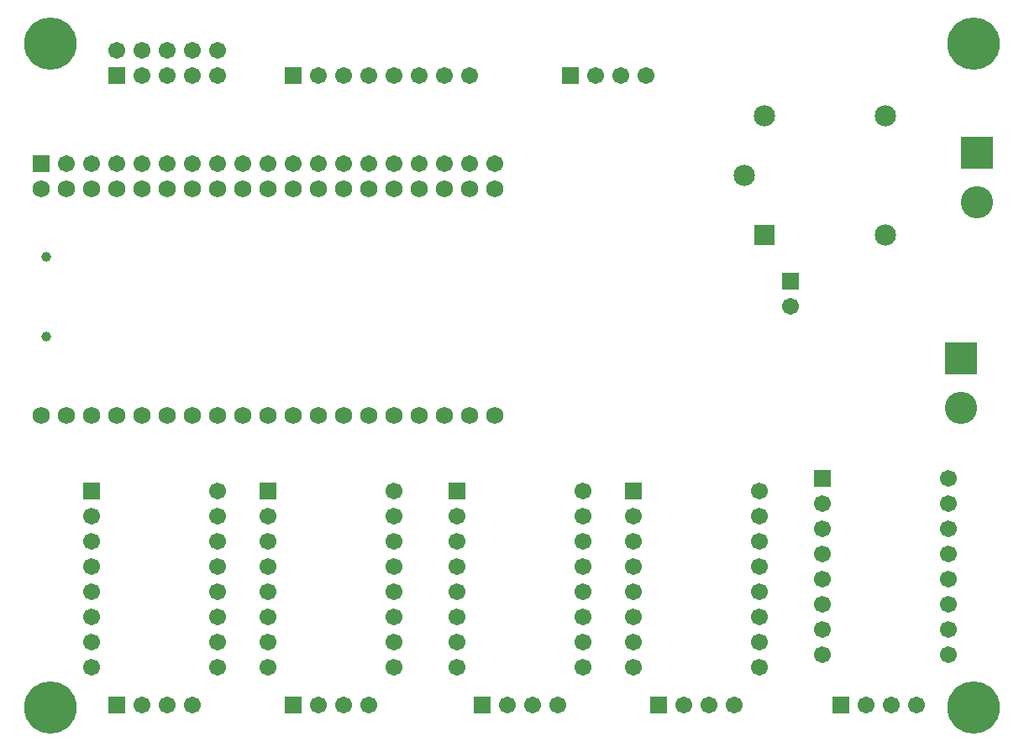
<source format=gbr>
G04 DipTrace 3.3.1.3*
G04 BottomMask.gbr*
%MOIN*%
G04 #@! TF.FileFunction,Soldermask,Bot*
G04 #@! TF.Part,Single*
%ADD61C,0.03937*%
%ADD78C,0.067*%
%ADD80R,0.067X0.067*%
%ADD82C,0.068*%
%ADD84C,0.128*%
%ADD86R,0.128X0.128*%
%ADD92C,0.208*%
%ADD96R,0.084772X0.084772*%
%ADD98C,0.084772*%
%ADD108C,0.067055*%
%ADD110R,0.067055X0.067055*%
%FSLAX26Y26*%
G04*
G70*
G90*
G75*
G01*
G04 BotMask*
%LPD*%
D110*
X1493700Y3043700D3*
D108*
X1593700D3*
X1693700D3*
X1793700D3*
X1893700D3*
X1993700D3*
X2093700D3*
X2193700D3*
D110*
X793700Y543700D3*
D108*
X893700D3*
X993700D3*
X1093700D3*
D110*
X793700Y3043700D3*
D108*
Y3143700D3*
X893700Y3043700D3*
Y3143700D3*
X993700Y3043700D3*
Y3143700D3*
X1093700Y3043700D3*
Y3143700D3*
X1193700Y3043700D3*
Y3143700D3*
D110*
X1493700Y543700D3*
D108*
X1593700D3*
X1693700D3*
X1793700D3*
D110*
X493700Y2693700D3*
D108*
X593700D3*
X693700D3*
X793700D3*
X893700D3*
X993700D3*
X1093700D3*
X1193700D3*
X1293700D3*
X1393700D3*
X1493700D3*
X1593700D3*
X1693700D3*
X1793700D3*
X1893700D3*
X1993700D3*
X2093700D3*
X2193700D3*
X2293700D3*
D110*
X2243700Y543700D3*
D108*
X2343700D3*
X2443700D3*
X2543700D3*
D110*
X2943700D3*
D108*
X3043700D3*
X3143700D3*
X3243700D3*
D110*
X3468700Y2224951D3*
D108*
Y2124951D3*
D110*
X3668700Y543700D3*
D108*
X3768700D3*
X3868700D3*
X3968700D3*
D61*
X512574Y2322583D3*
Y2007623D3*
D110*
X2593700Y3043700D3*
D108*
X2693700D3*
X2793700D3*
X2893700D3*
D98*
X3284645Y2645570D3*
D96*
X3363385Y2409350D3*
D98*
Y2881791D3*
X3843700Y2409350D3*
Y2881791D3*
D92*
X531495Y531495D3*
X4192913D3*
X531495Y3169291D3*
X4192913D3*
D86*
X4206200Y2737450D3*
D84*
Y2540600D3*
D86*
X4143700Y1918700D3*
D84*
Y1721850D3*
D82*
X493700Y2593700D3*
X593700D3*
X693700D3*
X793700D3*
X893700D3*
X993700D3*
X1093700D3*
X1193700D3*
X1293700D3*
X1393700D3*
X1493700D3*
X1593700D3*
X1693700D3*
X1793700D3*
X1893700D3*
X1993700D3*
X2093700D3*
X2193700D3*
X2293700D3*
X493700Y1693700D3*
X593700D3*
X693700D3*
X793700D3*
X893700D3*
X993700D3*
X1093700D3*
X1193700D3*
X1293700D3*
X1393700D3*
X1493700D3*
X1593700D3*
X1693700D3*
X1793700D3*
X1893700D3*
X1993700D3*
X2093700D3*
X2193700D3*
X2293700D3*
D80*
X693700Y1393700D3*
D78*
Y1293700D3*
Y1193700D3*
Y1093700D3*
Y993700D3*
Y893700D3*
Y793700D3*
Y693700D3*
X1193700D3*
Y793700D3*
Y893700D3*
Y993700D3*
Y1093700D3*
Y1193700D3*
Y1293700D3*
Y1393700D3*
D80*
X1393700D3*
D78*
Y1293700D3*
Y1193700D3*
Y1093700D3*
Y993700D3*
Y893700D3*
Y793700D3*
Y693700D3*
X1893700D3*
Y793700D3*
Y893700D3*
Y993700D3*
Y1093700D3*
Y1193700D3*
Y1293700D3*
Y1393700D3*
D80*
X2143700D3*
D78*
Y1293700D3*
Y1193700D3*
Y1093700D3*
Y993700D3*
Y893700D3*
Y793700D3*
Y693700D3*
X2643700D3*
Y793700D3*
Y893700D3*
Y993700D3*
Y1093700D3*
Y1193700D3*
Y1293700D3*
Y1393700D3*
D80*
X2843700D3*
D78*
Y1293700D3*
Y1193700D3*
Y1093700D3*
Y993700D3*
Y893700D3*
Y793700D3*
Y693700D3*
X3343700D3*
Y793700D3*
Y893700D3*
Y993700D3*
Y1093700D3*
Y1193700D3*
Y1293700D3*
Y1393700D3*
D80*
X3593700Y1443700D3*
D78*
Y1343700D3*
Y1243700D3*
Y1143700D3*
Y1043700D3*
Y943700D3*
Y843700D3*
Y743700D3*
X4093700D3*
Y843700D3*
Y943700D3*
Y1043700D3*
Y1143700D3*
Y1243700D3*
Y1343700D3*
Y1443700D3*
M02*

</source>
